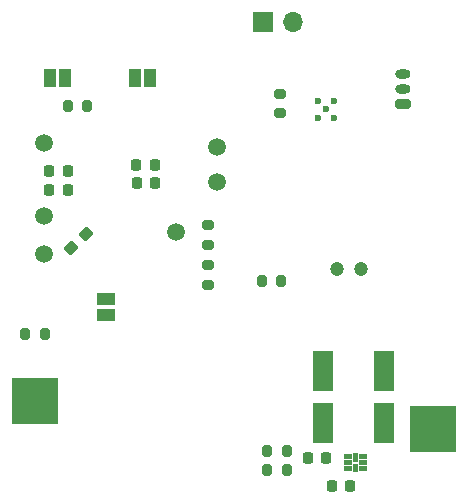
<source format=gbr>
%TF.GenerationSoftware,KiCad,Pcbnew,8.0.3-8.0.3-0~ubuntu22.04.1*%
%TF.CreationDate,2024-07-04T17:08:58-06:00*%
%TF.ProjectId,stm32g070 and DRV8311 single motor board - V1 Alpha,73746d33-3267-4303-9730-20616e642044,rev?*%
%TF.SameCoordinates,Original*%
%TF.FileFunction,Soldermask,Bot*%
%TF.FilePolarity,Negative*%
%FSLAX46Y46*%
G04 Gerber Fmt 4.6, Leading zero omitted, Abs format (unit mm)*
G04 Created by KiCad (PCBNEW 8.0.3-8.0.3-0~ubuntu22.04.1) date 2024-07-04 17:08:58*
%MOMM*%
%LPD*%
G01*
G04 APERTURE LIST*
G04 Aperture macros list*
%AMRoundRect*
0 Rectangle with rounded corners*
0 $1 Rounding radius*
0 $2 $3 $4 $5 $6 $7 $8 $9 X,Y pos of 4 corners*
0 Add a 4 corners polygon primitive as box body*
4,1,4,$2,$3,$4,$5,$6,$7,$8,$9,$2,$3,0*
0 Add four circle primitives for the rounded corners*
1,1,$1+$1,$2,$3*
1,1,$1+$1,$4,$5*
1,1,$1+$1,$6,$7*
1,1,$1+$1,$8,$9*
0 Add four rect primitives between the rounded corners*
20,1,$1+$1,$2,$3,$4,$5,0*
20,1,$1+$1,$4,$5,$6,$7,0*
20,1,$1+$1,$6,$7,$8,$9,0*
20,1,$1+$1,$8,$9,$2,$3,0*%
G04 Aperture macros list end*
%ADD10C,0.000000*%
%ADD11RoundRect,0.200000X0.450000X-0.200000X0.450000X0.200000X-0.450000X0.200000X-0.450000X-0.200000X0*%
%ADD12O,1.300000X0.800000*%
%ADD13C,1.200000*%
%ADD14R,1.700000X1.700000*%
%ADD15O,1.700000X1.700000*%
%ADD16C,0.600000*%
%ADD17R,1.800000X3.400000*%
%ADD18C,1.500000*%
%ADD19R,1.500000X1.000000*%
%ADD20RoundRect,0.200000X-0.200000X-0.275000X0.200000X-0.275000X0.200000X0.275000X-0.200000X0.275000X0*%
%ADD21RoundRect,0.225000X0.225000X0.250000X-0.225000X0.250000X-0.225000X-0.250000X0.225000X-0.250000X0*%
%ADD22R,1.000000X1.500000*%
%ADD23RoundRect,0.200000X0.200000X0.275000X-0.200000X0.275000X-0.200000X-0.275000X0.200000X-0.275000X0*%
%ADD24RoundRect,0.200000X-0.275000X0.200000X-0.275000X-0.200000X0.275000X-0.200000X0.275000X0.200000X0*%
%ADD25RoundRect,0.237500X0.044194X0.380070X-0.380070X-0.044194X-0.044194X-0.380070X0.380070X0.044194X0*%
%ADD26R,4.000000X4.000000*%
%ADD27RoundRect,0.218750X-0.218750X-0.256250X0.218750X-0.256250X0.218750X0.256250X-0.218750X0.256250X0*%
%ADD28RoundRect,0.225000X-0.225000X-0.250000X0.225000X-0.250000X0.225000X0.250000X-0.225000X0.250000X0*%
%ADD29R,0.580000X0.300000*%
%ADD30R,0.579882X0.249936*%
%ADD31R,0.350000X0.630000*%
G04 APERTURE END LIST*
D10*
%TO.C,U3*%
G36*
X152042499Y-127000001D02*
G01*
X151362501Y-127000001D01*
X151362501Y-126599999D01*
X152042499Y-126599999D01*
X152042499Y-127000001D01*
G37*
G36*
X152042499Y-127500000D02*
G01*
X151362501Y-127500000D01*
X151362501Y-127100000D01*
X152042499Y-127100000D01*
X152042499Y-127500000D01*
G37*
G36*
X152042499Y-128000001D02*
G01*
X151362501Y-128000001D01*
X151362501Y-127599999D01*
X152042499Y-127599999D01*
X152042499Y-128000001D01*
G37*
G36*
X152567500Y-127229999D02*
G01*
X152107500Y-127229999D01*
X152107500Y-126500000D01*
X152567500Y-126500000D01*
X152567500Y-127229999D01*
G37*
G36*
X152567500Y-128105000D02*
G01*
X152107500Y-128105000D01*
X152107500Y-127365001D01*
X152567500Y-127365001D01*
X152567500Y-128105000D01*
G37*
G36*
X153312499Y-127000001D02*
G01*
X152632501Y-127000001D01*
X152632501Y-126599999D01*
X153312499Y-126599999D01*
X153312499Y-127000001D01*
G37*
G36*
X153312499Y-127500000D02*
G01*
X152632501Y-127500000D01*
X152632501Y-127100000D01*
X153312499Y-127100000D01*
X153312499Y-127500000D01*
G37*
G36*
X153312499Y-128000001D02*
G01*
X152632501Y-128000001D01*
X152632501Y-127599999D01*
X153312499Y-127599999D01*
X153312499Y-128000001D01*
G37*
%TD*%
D11*
%TO.C,J3*%
X156400000Y-96900000D03*
D12*
X156400000Y-95650000D03*
X156400000Y-94400000D03*
%TD*%
D13*
%TO.C,C15*%
X152800000Y-110900000D03*
X150800000Y-110900000D03*
%TD*%
D14*
%TO.C,J4*%
X144525000Y-90000000D03*
D15*
X147065000Y-90000000D03*
%TD*%
D16*
%TO.C,U2*%
X149162498Y-98100001D03*
X150562500Y-98100001D03*
X149862499Y-97374600D03*
X149162498Y-96699999D03*
X150562500Y-96699999D03*
%TD*%
D17*
%TO.C,R6*%
X154800000Y-119500000D03*
X149600000Y-119500000D03*
%TD*%
D18*
%TO.C,TP1*%
X126000000Y-109600000D03*
%TD*%
%TO.C,TP3*%
X140600000Y-100600000D03*
%TD*%
D19*
%TO.C,L1*%
X131200000Y-113450000D03*
X131200000Y-114750000D03*
%TD*%
D17*
%TO.C,R7*%
X154800000Y-123900000D03*
X149600000Y-123900000D03*
%TD*%
D20*
%TO.C,R5*%
X144875000Y-126300000D03*
X146525000Y-126300000D03*
%TD*%
D21*
%TO.C,C11*%
X151875000Y-129300000D03*
X150325000Y-129300000D03*
%TD*%
D18*
%TO.C,TP2*%
X140600000Y-103500000D03*
%TD*%
D22*
%TO.C,JP2*%
X133650000Y-94700000D03*
X134950000Y-94700000D03*
%TD*%
D23*
%TO.C,R14*%
X129625000Y-97100000D03*
X127975000Y-97100000D03*
%TD*%
D24*
%TO.C,R18*%
X139900000Y-107175000D03*
X139900000Y-108825000D03*
%TD*%
%TO.C,R17*%
X139900000Y-110575000D03*
X139900000Y-112225000D03*
%TD*%
D25*
%TO.C,C18*%
X129509880Y-107890120D03*
X128290120Y-109109880D03*
%TD*%
D24*
%TO.C,R1*%
X145925659Y-96077365D03*
X145925659Y-97727365D03*
%TD*%
D18*
%TO.C,TP5*%
X126000000Y-106400000D03*
%TD*%
D26*
%TO.C,H4*%
X125200000Y-122100000D03*
%TD*%
D21*
%TO.C,C2*%
X127975000Y-102600000D03*
X126425000Y-102600000D03*
%TD*%
%TO.C,C1*%
X127975000Y-104200000D03*
X126425000Y-104200000D03*
%TD*%
D18*
%TO.C,TP4*%
X126000000Y-100200000D03*
%TD*%
D22*
%TO.C,JP1*%
X127750000Y-94700000D03*
X126450000Y-94700000D03*
%TD*%
D20*
%TO.C,R3*%
X144875000Y-127900000D03*
X146525000Y-127900000D03*
%TD*%
D27*
%TO.C,FB1*%
X133812500Y-102100000D03*
X135387500Y-102100000D03*
%TD*%
D21*
%TO.C,C19*%
X135375000Y-103600000D03*
X133825000Y-103600000D03*
%TD*%
D18*
%TO.C,TP6*%
X137200000Y-107800000D03*
%TD*%
D23*
%TO.C,R19*%
X146075000Y-111900000D03*
X144425000Y-111900000D03*
%TD*%
D26*
%TO.C,H2*%
X158900000Y-124400000D03*
%TD*%
D28*
%TO.C,C12*%
X148325000Y-126900000D03*
X149875000Y-126900000D03*
%TD*%
D29*
%TO.C,U3*%
X151702500Y-127799999D03*
D30*
X151702500Y-127300000D03*
D29*
X151702500Y-126800001D03*
D31*
X152337500Y-126865000D03*
D29*
X152972500Y-126800001D03*
D30*
X152972500Y-127300000D03*
D29*
X152972500Y-127799999D03*
D31*
X152337500Y-127735000D03*
%TD*%
D20*
%TO.C,R8*%
X124375000Y-116400000D03*
X126025000Y-116400000D03*
%TD*%
M02*

</source>
